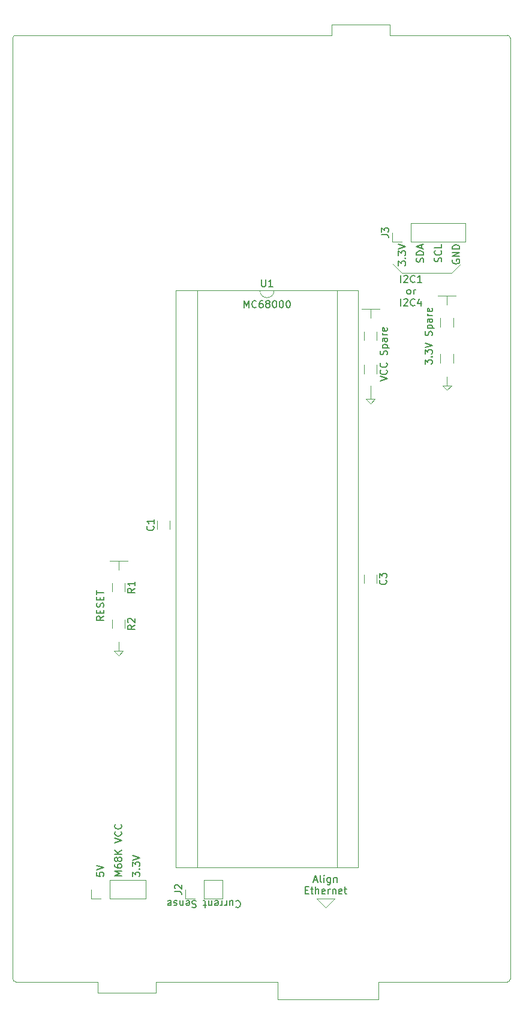
<source format=gbr>
G04 #@! TF.GenerationSoftware,KiCad,Pcbnew,(5.1.5)-2*
G04 #@! TF.CreationDate,2019-12-11T14:46:47+11:00*
G04 #@! TF.ProjectId,M68K-Nucleo,4d36384b-2d4e-4756-936c-656f2e6b6963,rev?*
G04 #@! TF.SameCoordinates,Original*
G04 #@! TF.FileFunction,Legend,Top*
G04 #@! TF.FilePolarity,Positive*
%FSLAX46Y46*%
G04 Gerber Fmt 4.6, Leading zero omitted, Abs format (unit mm)*
G04 Created by KiCad (PCBNEW (5.1.5)-2) date 2019-12-11 14:46:47*
%MOMM*%
%LPD*%
G04 APERTURE LIST*
%ADD10C,0.120000*%
%ADD11C,0.150000*%
%ADD12C,0.100000*%
%ADD13O,1.802000X1.802000*%
%ADD14R,1.802000X1.802000*%
%ADD15C,1.802000*%
%ADD16O,2.502000X1.702000*%
%ADD17R,2.502000X1.702000*%
G04 APERTURE END LIST*
D10*
X151130000Y-71755000D02*
X149860000Y-71755000D01*
X148590000Y-71755000D02*
X151130000Y-71755000D01*
X149860000Y-71755000D02*
X148590000Y-71755000D01*
X149860000Y-73025000D02*
X149860000Y-71755000D01*
X150495000Y-84455000D02*
X149860000Y-84455000D01*
X149860000Y-85090000D02*
X150495000Y-84455000D01*
X149225000Y-84455000D02*
X149860000Y-85090000D01*
X149860000Y-84455000D02*
X149225000Y-84455000D01*
X149860000Y-82550000D02*
X149860000Y-84455000D01*
X161290000Y-82550000D02*
X160655000Y-82550000D01*
X160655000Y-83185000D02*
X161290000Y-82550000D01*
X160020000Y-82550000D02*
X160655000Y-83185000D01*
X160655000Y-82550000D02*
X160020000Y-82550000D01*
X160655000Y-81280000D02*
X160655000Y-82550000D01*
X161925000Y-69850000D02*
X160655000Y-69850000D01*
X159385000Y-69850000D02*
X161925000Y-69850000D01*
X160655000Y-69850000D02*
X159385000Y-69850000D01*
X160655000Y-71120000D02*
X160655000Y-69850000D01*
D11*
X157567380Y-79541190D02*
X157567380Y-78922142D01*
X157948333Y-79255476D01*
X157948333Y-79112619D01*
X157995952Y-79017380D01*
X158043571Y-78969761D01*
X158138809Y-78922142D01*
X158376904Y-78922142D01*
X158472142Y-78969761D01*
X158519761Y-79017380D01*
X158567380Y-79112619D01*
X158567380Y-79398333D01*
X158519761Y-79493571D01*
X158472142Y-79541190D01*
X158472142Y-78493571D02*
X158519761Y-78445952D01*
X158567380Y-78493571D01*
X158519761Y-78541190D01*
X158472142Y-78493571D01*
X158567380Y-78493571D01*
X157567380Y-78112619D02*
X157567380Y-77493571D01*
X157948333Y-77826904D01*
X157948333Y-77684047D01*
X157995952Y-77588809D01*
X158043571Y-77541190D01*
X158138809Y-77493571D01*
X158376904Y-77493571D01*
X158472142Y-77541190D01*
X158519761Y-77588809D01*
X158567380Y-77684047D01*
X158567380Y-77969761D01*
X158519761Y-78065000D01*
X158472142Y-78112619D01*
X157567380Y-77207857D02*
X158567380Y-76874523D01*
X157567380Y-76541190D01*
X158519761Y-75493571D02*
X158567380Y-75350714D01*
X158567380Y-75112619D01*
X158519761Y-75017380D01*
X158472142Y-74969761D01*
X158376904Y-74922142D01*
X158281666Y-74922142D01*
X158186428Y-74969761D01*
X158138809Y-75017380D01*
X158091190Y-75112619D01*
X158043571Y-75303095D01*
X157995952Y-75398333D01*
X157948333Y-75445952D01*
X157853095Y-75493571D01*
X157757857Y-75493571D01*
X157662619Y-75445952D01*
X157615000Y-75398333D01*
X157567380Y-75303095D01*
X157567380Y-75065000D01*
X157615000Y-74922142D01*
X157900714Y-74493571D02*
X158900714Y-74493571D01*
X157948333Y-74493571D02*
X157900714Y-74398333D01*
X157900714Y-74207857D01*
X157948333Y-74112619D01*
X157995952Y-74065000D01*
X158091190Y-74017380D01*
X158376904Y-74017380D01*
X158472142Y-74065000D01*
X158519761Y-74112619D01*
X158567380Y-74207857D01*
X158567380Y-74398333D01*
X158519761Y-74493571D01*
X158567380Y-73160238D02*
X158043571Y-73160238D01*
X157948333Y-73207857D01*
X157900714Y-73303095D01*
X157900714Y-73493571D01*
X157948333Y-73588809D01*
X158519761Y-73160238D02*
X158567380Y-73255476D01*
X158567380Y-73493571D01*
X158519761Y-73588809D01*
X158424523Y-73636428D01*
X158329285Y-73636428D01*
X158234047Y-73588809D01*
X158186428Y-73493571D01*
X158186428Y-73255476D01*
X158138809Y-73160238D01*
X158567380Y-72684047D02*
X157900714Y-72684047D01*
X158091190Y-72684047D02*
X157995952Y-72636428D01*
X157948333Y-72588809D01*
X157900714Y-72493571D01*
X157900714Y-72398333D01*
X158519761Y-71684047D02*
X158567380Y-71779285D01*
X158567380Y-71969761D01*
X158519761Y-72065000D01*
X158424523Y-72112619D01*
X158043571Y-72112619D01*
X157948333Y-72065000D01*
X157900714Y-71969761D01*
X157900714Y-71779285D01*
X157948333Y-71684047D01*
X158043571Y-71636428D01*
X158138809Y-71636428D01*
X158234047Y-72112619D01*
X151217380Y-81938333D02*
X152217380Y-81605000D01*
X151217380Y-81271666D01*
X152122142Y-80366904D02*
X152169761Y-80414523D01*
X152217380Y-80557380D01*
X152217380Y-80652619D01*
X152169761Y-80795476D01*
X152074523Y-80890714D01*
X151979285Y-80938333D01*
X151788809Y-80985952D01*
X151645952Y-80985952D01*
X151455476Y-80938333D01*
X151360238Y-80890714D01*
X151265000Y-80795476D01*
X151217380Y-80652619D01*
X151217380Y-80557380D01*
X151265000Y-80414523D01*
X151312619Y-80366904D01*
X152122142Y-79366904D02*
X152169761Y-79414523D01*
X152217380Y-79557380D01*
X152217380Y-79652619D01*
X152169761Y-79795476D01*
X152074523Y-79890714D01*
X151979285Y-79938333D01*
X151788809Y-79985952D01*
X151645952Y-79985952D01*
X151455476Y-79938333D01*
X151360238Y-79890714D01*
X151265000Y-79795476D01*
X151217380Y-79652619D01*
X151217380Y-79557380D01*
X151265000Y-79414523D01*
X151312619Y-79366904D01*
X152169761Y-78224047D02*
X152217380Y-78081190D01*
X152217380Y-77843095D01*
X152169761Y-77747857D01*
X152122142Y-77700238D01*
X152026904Y-77652619D01*
X151931666Y-77652619D01*
X151836428Y-77700238D01*
X151788809Y-77747857D01*
X151741190Y-77843095D01*
X151693571Y-78033571D01*
X151645952Y-78128809D01*
X151598333Y-78176428D01*
X151503095Y-78224047D01*
X151407857Y-78224047D01*
X151312619Y-78176428D01*
X151265000Y-78128809D01*
X151217380Y-78033571D01*
X151217380Y-77795476D01*
X151265000Y-77652619D01*
X151550714Y-77224047D02*
X152550714Y-77224047D01*
X151598333Y-77224047D02*
X151550714Y-77128809D01*
X151550714Y-76938333D01*
X151598333Y-76843095D01*
X151645952Y-76795476D01*
X151741190Y-76747857D01*
X152026904Y-76747857D01*
X152122142Y-76795476D01*
X152169761Y-76843095D01*
X152217380Y-76938333D01*
X152217380Y-77128809D01*
X152169761Y-77224047D01*
X152217380Y-75890714D02*
X151693571Y-75890714D01*
X151598333Y-75938333D01*
X151550714Y-76033571D01*
X151550714Y-76224047D01*
X151598333Y-76319285D01*
X152169761Y-75890714D02*
X152217380Y-75985952D01*
X152217380Y-76224047D01*
X152169761Y-76319285D01*
X152074523Y-76366904D01*
X151979285Y-76366904D01*
X151884047Y-76319285D01*
X151836428Y-76224047D01*
X151836428Y-75985952D01*
X151788809Y-75890714D01*
X152217380Y-75414523D02*
X151550714Y-75414523D01*
X151741190Y-75414523D02*
X151645952Y-75366904D01*
X151598333Y-75319285D01*
X151550714Y-75224047D01*
X151550714Y-75128809D01*
X152169761Y-74414523D02*
X152217380Y-74509761D01*
X152217380Y-74700238D01*
X152169761Y-74795476D01*
X152074523Y-74843095D01*
X151693571Y-74843095D01*
X151598333Y-74795476D01*
X151550714Y-74700238D01*
X151550714Y-74509761D01*
X151598333Y-74414523D01*
X151693571Y-74366904D01*
X151788809Y-74366904D01*
X151884047Y-74843095D01*
X154122619Y-68017380D02*
X154122619Y-67017380D01*
X154551190Y-67112619D02*
X154598809Y-67065000D01*
X154694047Y-67017380D01*
X154932142Y-67017380D01*
X155027380Y-67065000D01*
X155075000Y-67112619D01*
X155122619Y-67207857D01*
X155122619Y-67303095D01*
X155075000Y-67445952D01*
X154503571Y-68017380D01*
X155122619Y-68017380D01*
X156122619Y-67922142D02*
X156075000Y-67969761D01*
X155932142Y-68017380D01*
X155836904Y-68017380D01*
X155694047Y-67969761D01*
X155598809Y-67874523D01*
X155551190Y-67779285D01*
X155503571Y-67588809D01*
X155503571Y-67445952D01*
X155551190Y-67255476D01*
X155598809Y-67160238D01*
X155694047Y-67065000D01*
X155836904Y-67017380D01*
X155932142Y-67017380D01*
X156075000Y-67065000D01*
X156122619Y-67112619D01*
X157075000Y-68017380D02*
X156503571Y-68017380D01*
X156789285Y-68017380D02*
X156789285Y-67017380D01*
X156694047Y-67160238D01*
X156598809Y-67255476D01*
X156503571Y-67303095D01*
X155194047Y-69667380D02*
X155098809Y-69619761D01*
X155051190Y-69572142D01*
X155003571Y-69476904D01*
X155003571Y-69191190D01*
X155051190Y-69095952D01*
X155098809Y-69048333D01*
X155194047Y-69000714D01*
X155336904Y-69000714D01*
X155432142Y-69048333D01*
X155479761Y-69095952D01*
X155527380Y-69191190D01*
X155527380Y-69476904D01*
X155479761Y-69572142D01*
X155432142Y-69619761D01*
X155336904Y-69667380D01*
X155194047Y-69667380D01*
X155955952Y-69667380D02*
X155955952Y-69000714D01*
X155955952Y-69191190D02*
X156003571Y-69095952D01*
X156051190Y-69048333D01*
X156146428Y-69000714D01*
X156241666Y-69000714D01*
X154122619Y-71317380D02*
X154122619Y-70317380D01*
X154551190Y-70412619D02*
X154598809Y-70365000D01*
X154694047Y-70317380D01*
X154932142Y-70317380D01*
X155027380Y-70365000D01*
X155075000Y-70412619D01*
X155122619Y-70507857D01*
X155122619Y-70603095D01*
X155075000Y-70745952D01*
X154503571Y-71317380D01*
X155122619Y-71317380D01*
X156122619Y-71222142D02*
X156075000Y-71269761D01*
X155932142Y-71317380D01*
X155836904Y-71317380D01*
X155694047Y-71269761D01*
X155598809Y-71174523D01*
X155551190Y-71079285D01*
X155503571Y-70888809D01*
X155503571Y-70745952D01*
X155551190Y-70555476D01*
X155598809Y-70460238D01*
X155694047Y-70365000D01*
X155836904Y-70317380D01*
X155932142Y-70317380D01*
X156075000Y-70365000D01*
X156122619Y-70412619D01*
X156979761Y-70650714D02*
X156979761Y-71317380D01*
X156741666Y-70269761D02*
X156503571Y-70984047D01*
X157122619Y-70984047D01*
D10*
X154305000Y-66675000D02*
X153035000Y-65405000D01*
X161290000Y-66675000D02*
X154305000Y-66675000D01*
X162560000Y-65405000D02*
X161290000Y-66675000D01*
D11*
X161488500Y-64809571D02*
X161440880Y-64904809D01*
X161440880Y-65047667D01*
X161488500Y-65190524D01*
X161583738Y-65285762D01*
X161678976Y-65333381D01*
X161869452Y-65381000D01*
X162012309Y-65381000D01*
X162202785Y-65333381D01*
X162298023Y-65285762D01*
X162393261Y-65190524D01*
X162440880Y-65047667D01*
X162440880Y-64952428D01*
X162393261Y-64809571D01*
X162345642Y-64761952D01*
X162012309Y-64761952D01*
X162012309Y-64952428D01*
X162440880Y-64333381D02*
X161440880Y-64333381D01*
X162440880Y-63761952D01*
X161440880Y-63761952D01*
X162440880Y-63285762D02*
X161440880Y-63285762D01*
X161440880Y-63047667D01*
X161488500Y-62904809D01*
X161583738Y-62809571D01*
X161678976Y-62761952D01*
X161869452Y-62714333D01*
X162012309Y-62714333D01*
X162202785Y-62761952D01*
X162298023Y-62809571D01*
X162393261Y-62904809D01*
X162440880Y-63047667D01*
X162440880Y-63285762D01*
X159853261Y-65095286D02*
X159900880Y-64952429D01*
X159900880Y-64714333D01*
X159853261Y-64619095D01*
X159805642Y-64571476D01*
X159710404Y-64523857D01*
X159615166Y-64523857D01*
X159519928Y-64571476D01*
X159472309Y-64619095D01*
X159424690Y-64714333D01*
X159377071Y-64904810D01*
X159329452Y-65000048D01*
X159281833Y-65047667D01*
X159186595Y-65095286D01*
X159091357Y-65095286D01*
X158996119Y-65047667D01*
X158948500Y-65000048D01*
X158900880Y-64904810D01*
X158900880Y-64666714D01*
X158948500Y-64523857D01*
X159805642Y-63523857D02*
X159853261Y-63571476D01*
X159900880Y-63714333D01*
X159900880Y-63809571D01*
X159853261Y-63952429D01*
X159758023Y-64047667D01*
X159662785Y-64095286D01*
X159472309Y-64142905D01*
X159329452Y-64142905D01*
X159138976Y-64095286D01*
X159043738Y-64047667D01*
X158948500Y-63952429D01*
X158900880Y-63809571D01*
X158900880Y-63714333D01*
X158948500Y-63571476D01*
X158996119Y-63523857D01*
X159900880Y-62619095D02*
X159900880Y-63095286D01*
X158900880Y-63095286D01*
X157313261Y-65142904D02*
X157360880Y-65000047D01*
X157360880Y-64761952D01*
X157313261Y-64666714D01*
X157265642Y-64619095D01*
X157170404Y-64571476D01*
X157075166Y-64571476D01*
X156979928Y-64619095D01*
X156932309Y-64666714D01*
X156884690Y-64761952D01*
X156837071Y-64952428D01*
X156789452Y-65047666D01*
X156741833Y-65095285D01*
X156646595Y-65142904D01*
X156551357Y-65142904D01*
X156456119Y-65095285D01*
X156408500Y-65047666D01*
X156360880Y-64952428D01*
X156360880Y-64714333D01*
X156408500Y-64571476D01*
X157360880Y-64142904D02*
X156360880Y-64142904D01*
X156360880Y-63904809D01*
X156408500Y-63761952D01*
X156503738Y-63666714D01*
X156598976Y-63619095D01*
X156789452Y-63571476D01*
X156932309Y-63571476D01*
X157122785Y-63619095D01*
X157218023Y-63666714D01*
X157313261Y-63761952D01*
X157360880Y-63904809D01*
X157360880Y-64142904D01*
X157075166Y-63190523D02*
X157075166Y-62714333D01*
X157360880Y-63285761D02*
X156360880Y-62952428D01*
X157360880Y-62619095D01*
X153820880Y-65619095D02*
X153820880Y-65000047D01*
X154201833Y-65333381D01*
X154201833Y-65190524D01*
X154249452Y-65095285D01*
X154297071Y-65047666D01*
X154392309Y-65000047D01*
X154630404Y-65000047D01*
X154725642Y-65047666D01*
X154773261Y-65095285D01*
X154820880Y-65190524D01*
X154820880Y-65476238D01*
X154773261Y-65571476D01*
X154725642Y-65619095D01*
X154725642Y-64571476D02*
X154773261Y-64523857D01*
X154820880Y-64571476D01*
X154773261Y-64619095D01*
X154725642Y-64571476D01*
X154820880Y-64571476D01*
X153820880Y-64190524D02*
X153820880Y-63571476D01*
X154201833Y-63904809D01*
X154201833Y-63761952D01*
X154249452Y-63666714D01*
X154297071Y-63619095D01*
X154392309Y-63571476D01*
X154630404Y-63571476D01*
X154725642Y-63619095D01*
X154773261Y-63666714D01*
X154820880Y-63761952D01*
X154820880Y-64047666D01*
X154773261Y-64142905D01*
X154725642Y-64190524D01*
X153820880Y-63285762D02*
X154820880Y-62952428D01*
X153820880Y-62619095D01*
D10*
X144780000Y-154940000D02*
X143510000Y-156210000D01*
X142240000Y-154940000D02*
X144780000Y-154940000D01*
X143510000Y-156210000D02*
X142240000Y-154940000D01*
D11*
X141867142Y-152376666D02*
X142343333Y-152376666D01*
X141771904Y-152662380D02*
X142105238Y-151662380D01*
X142438571Y-152662380D01*
X142914761Y-152662380D02*
X142819523Y-152614761D01*
X142771904Y-152519523D01*
X142771904Y-151662380D01*
X143295714Y-152662380D02*
X143295714Y-151995714D01*
X143295714Y-151662380D02*
X143248095Y-151710000D01*
X143295714Y-151757619D01*
X143343333Y-151710000D01*
X143295714Y-151662380D01*
X143295714Y-151757619D01*
X144200476Y-151995714D02*
X144200476Y-152805238D01*
X144152857Y-152900476D01*
X144105238Y-152948095D01*
X144010000Y-152995714D01*
X143867142Y-152995714D01*
X143771904Y-152948095D01*
X144200476Y-152614761D02*
X144105238Y-152662380D01*
X143914761Y-152662380D01*
X143819523Y-152614761D01*
X143771904Y-152567142D01*
X143724285Y-152471904D01*
X143724285Y-152186190D01*
X143771904Y-152090952D01*
X143819523Y-152043333D01*
X143914761Y-151995714D01*
X144105238Y-151995714D01*
X144200476Y-152043333D01*
X144676666Y-151995714D02*
X144676666Y-152662380D01*
X144676666Y-152090952D02*
X144724285Y-152043333D01*
X144819523Y-151995714D01*
X144962380Y-151995714D01*
X145057619Y-152043333D01*
X145105238Y-152138571D01*
X145105238Y-152662380D01*
X140652857Y-153788571D02*
X140986190Y-153788571D01*
X141129047Y-154312380D02*
X140652857Y-154312380D01*
X140652857Y-153312380D01*
X141129047Y-153312380D01*
X141414761Y-153645714D02*
X141795714Y-153645714D01*
X141557619Y-153312380D02*
X141557619Y-154169523D01*
X141605238Y-154264761D01*
X141700476Y-154312380D01*
X141795714Y-154312380D01*
X142129047Y-154312380D02*
X142129047Y-153312380D01*
X142557619Y-154312380D02*
X142557619Y-153788571D01*
X142510000Y-153693333D01*
X142414761Y-153645714D01*
X142271904Y-153645714D01*
X142176666Y-153693333D01*
X142129047Y-153740952D01*
X143414761Y-154264761D02*
X143319523Y-154312380D01*
X143129047Y-154312380D01*
X143033809Y-154264761D01*
X142986190Y-154169523D01*
X142986190Y-153788571D01*
X143033809Y-153693333D01*
X143129047Y-153645714D01*
X143319523Y-153645714D01*
X143414761Y-153693333D01*
X143462380Y-153788571D01*
X143462380Y-153883809D01*
X142986190Y-153979047D01*
X143890952Y-154312380D02*
X143890952Y-153645714D01*
X143890952Y-153836190D02*
X143938571Y-153740952D01*
X143986190Y-153693333D01*
X144081428Y-153645714D01*
X144176666Y-153645714D01*
X144510000Y-153645714D02*
X144510000Y-154312380D01*
X144510000Y-153740952D02*
X144557619Y-153693333D01*
X144652857Y-153645714D01*
X144795714Y-153645714D01*
X144890952Y-153693333D01*
X144938571Y-153788571D01*
X144938571Y-154312380D01*
X145795714Y-154264761D02*
X145700476Y-154312380D01*
X145510000Y-154312380D01*
X145414761Y-154264761D01*
X145367142Y-154169523D01*
X145367142Y-153788571D01*
X145414761Y-153693333D01*
X145510000Y-153645714D01*
X145700476Y-153645714D01*
X145795714Y-153693333D01*
X145843333Y-153788571D01*
X145843333Y-153883809D01*
X145367142Y-153979047D01*
X146129047Y-153645714D02*
X146510000Y-153645714D01*
X146271904Y-153312380D02*
X146271904Y-154169523D01*
X146319523Y-154264761D01*
X146414761Y-154312380D01*
X146510000Y-154312380D01*
X132040714Y-71572380D02*
X132040714Y-70572380D01*
X132374047Y-71286666D01*
X132707380Y-70572380D01*
X132707380Y-71572380D01*
X133755000Y-71477142D02*
X133707380Y-71524761D01*
X133564523Y-71572380D01*
X133469285Y-71572380D01*
X133326428Y-71524761D01*
X133231190Y-71429523D01*
X133183571Y-71334285D01*
X133135952Y-71143809D01*
X133135952Y-71000952D01*
X133183571Y-70810476D01*
X133231190Y-70715238D01*
X133326428Y-70620000D01*
X133469285Y-70572380D01*
X133564523Y-70572380D01*
X133707380Y-70620000D01*
X133755000Y-70667619D01*
X134612142Y-70572380D02*
X134421666Y-70572380D01*
X134326428Y-70620000D01*
X134278809Y-70667619D01*
X134183571Y-70810476D01*
X134135952Y-71000952D01*
X134135952Y-71381904D01*
X134183571Y-71477142D01*
X134231190Y-71524761D01*
X134326428Y-71572380D01*
X134516904Y-71572380D01*
X134612142Y-71524761D01*
X134659761Y-71477142D01*
X134707380Y-71381904D01*
X134707380Y-71143809D01*
X134659761Y-71048571D01*
X134612142Y-71000952D01*
X134516904Y-70953333D01*
X134326428Y-70953333D01*
X134231190Y-71000952D01*
X134183571Y-71048571D01*
X134135952Y-71143809D01*
X135278809Y-71000952D02*
X135183571Y-70953333D01*
X135135952Y-70905714D01*
X135088333Y-70810476D01*
X135088333Y-70762857D01*
X135135952Y-70667619D01*
X135183571Y-70620000D01*
X135278809Y-70572380D01*
X135469285Y-70572380D01*
X135564523Y-70620000D01*
X135612142Y-70667619D01*
X135659761Y-70762857D01*
X135659761Y-70810476D01*
X135612142Y-70905714D01*
X135564523Y-70953333D01*
X135469285Y-71000952D01*
X135278809Y-71000952D01*
X135183571Y-71048571D01*
X135135952Y-71096190D01*
X135088333Y-71191428D01*
X135088333Y-71381904D01*
X135135952Y-71477142D01*
X135183571Y-71524761D01*
X135278809Y-71572380D01*
X135469285Y-71572380D01*
X135564523Y-71524761D01*
X135612142Y-71477142D01*
X135659761Y-71381904D01*
X135659761Y-71191428D01*
X135612142Y-71096190D01*
X135564523Y-71048571D01*
X135469285Y-71000952D01*
X136278809Y-70572380D02*
X136374047Y-70572380D01*
X136469285Y-70620000D01*
X136516904Y-70667619D01*
X136564523Y-70762857D01*
X136612142Y-70953333D01*
X136612142Y-71191428D01*
X136564523Y-71381904D01*
X136516904Y-71477142D01*
X136469285Y-71524761D01*
X136374047Y-71572380D01*
X136278809Y-71572380D01*
X136183571Y-71524761D01*
X136135952Y-71477142D01*
X136088333Y-71381904D01*
X136040714Y-71191428D01*
X136040714Y-70953333D01*
X136088333Y-70762857D01*
X136135952Y-70667619D01*
X136183571Y-70620000D01*
X136278809Y-70572380D01*
X137231190Y-70572380D02*
X137326428Y-70572380D01*
X137421666Y-70620000D01*
X137469285Y-70667619D01*
X137516904Y-70762857D01*
X137564523Y-70953333D01*
X137564523Y-71191428D01*
X137516904Y-71381904D01*
X137469285Y-71477142D01*
X137421666Y-71524761D01*
X137326428Y-71572380D01*
X137231190Y-71572380D01*
X137135952Y-71524761D01*
X137088333Y-71477142D01*
X137040714Y-71381904D01*
X136993095Y-71191428D01*
X136993095Y-70953333D01*
X137040714Y-70762857D01*
X137088333Y-70667619D01*
X137135952Y-70620000D01*
X137231190Y-70572380D01*
X138183571Y-70572380D02*
X138278809Y-70572380D01*
X138374047Y-70620000D01*
X138421666Y-70667619D01*
X138469285Y-70762857D01*
X138516904Y-70953333D01*
X138516904Y-71191428D01*
X138469285Y-71381904D01*
X138421666Y-71477142D01*
X138374047Y-71524761D01*
X138278809Y-71572380D01*
X138183571Y-71572380D01*
X138088333Y-71524761D01*
X138040714Y-71477142D01*
X137993095Y-71381904D01*
X137945476Y-71191428D01*
X137945476Y-70953333D01*
X137993095Y-70762857D01*
X138040714Y-70667619D01*
X138088333Y-70620000D01*
X138183571Y-70572380D01*
X130865000Y-155344857D02*
X130912619Y-155297238D01*
X131055476Y-155249619D01*
X131150714Y-155249619D01*
X131293571Y-155297238D01*
X131388809Y-155392476D01*
X131436428Y-155487714D01*
X131484047Y-155678190D01*
X131484047Y-155821047D01*
X131436428Y-156011523D01*
X131388809Y-156106761D01*
X131293571Y-156202000D01*
X131150714Y-156249619D01*
X131055476Y-156249619D01*
X130912619Y-156202000D01*
X130865000Y-156154380D01*
X130007857Y-155916285D02*
X130007857Y-155249619D01*
X130436428Y-155916285D02*
X130436428Y-155392476D01*
X130388809Y-155297238D01*
X130293571Y-155249619D01*
X130150714Y-155249619D01*
X130055476Y-155297238D01*
X130007857Y-155344857D01*
X129531666Y-155249619D02*
X129531666Y-155916285D01*
X129531666Y-155725809D02*
X129484047Y-155821047D01*
X129436428Y-155868666D01*
X129341190Y-155916285D01*
X129245952Y-155916285D01*
X128912619Y-155249619D02*
X128912619Y-155916285D01*
X128912619Y-155725809D02*
X128865000Y-155821047D01*
X128817380Y-155868666D01*
X128722142Y-155916285D01*
X128626904Y-155916285D01*
X127912619Y-155297238D02*
X128007857Y-155249619D01*
X128198333Y-155249619D01*
X128293571Y-155297238D01*
X128341190Y-155392476D01*
X128341190Y-155773428D01*
X128293571Y-155868666D01*
X128198333Y-155916285D01*
X128007857Y-155916285D01*
X127912619Y-155868666D01*
X127865000Y-155773428D01*
X127865000Y-155678190D01*
X128341190Y-155582952D01*
X127436428Y-155916285D02*
X127436428Y-155249619D01*
X127436428Y-155821047D02*
X127388809Y-155868666D01*
X127293571Y-155916285D01*
X127150714Y-155916285D01*
X127055476Y-155868666D01*
X127007857Y-155773428D01*
X127007857Y-155249619D01*
X126674523Y-155916285D02*
X126293571Y-155916285D01*
X126531666Y-156249619D02*
X126531666Y-155392476D01*
X126484047Y-155297238D01*
X126388809Y-155249619D01*
X126293571Y-155249619D01*
X125245952Y-155297238D02*
X125103095Y-155249619D01*
X124865000Y-155249619D01*
X124769761Y-155297238D01*
X124722142Y-155344857D01*
X124674523Y-155440095D01*
X124674523Y-155535333D01*
X124722142Y-155630571D01*
X124769761Y-155678190D01*
X124865000Y-155725809D01*
X125055476Y-155773428D01*
X125150714Y-155821047D01*
X125198333Y-155868666D01*
X125245952Y-155963904D01*
X125245952Y-156059142D01*
X125198333Y-156154380D01*
X125150714Y-156202000D01*
X125055476Y-156249619D01*
X124817380Y-156249619D01*
X124674523Y-156202000D01*
X123865000Y-155297238D02*
X123960238Y-155249619D01*
X124150714Y-155249619D01*
X124245952Y-155297238D01*
X124293571Y-155392476D01*
X124293571Y-155773428D01*
X124245952Y-155868666D01*
X124150714Y-155916285D01*
X123960238Y-155916285D01*
X123865000Y-155868666D01*
X123817380Y-155773428D01*
X123817380Y-155678190D01*
X124293571Y-155582952D01*
X123388809Y-155916285D02*
X123388809Y-155249619D01*
X123388809Y-155821047D02*
X123341190Y-155868666D01*
X123245952Y-155916285D01*
X123103095Y-155916285D01*
X123007857Y-155868666D01*
X122960238Y-155773428D01*
X122960238Y-155249619D01*
X122531666Y-155297238D02*
X122436428Y-155249619D01*
X122245952Y-155249619D01*
X122150714Y-155297238D01*
X122103095Y-155392476D01*
X122103095Y-155440095D01*
X122150714Y-155535333D01*
X122245952Y-155582952D01*
X122388809Y-155582952D01*
X122484047Y-155630571D01*
X122531666Y-155725809D01*
X122531666Y-155773428D01*
X122484047Y-155868666D01*
X122388809Y-155916285D01*
X122245952Y-155916285D01*
X122150714Y-155868666D01*
X121293571Y-155297238D02*
X121388809Y-155249619D01*
X121579285Y-155249619D01*
X121674523Y-155297238D01*
X121722142Y-155392476D01*
X121722142Y-155773428D01*
X121674523Y-155868666D01*
X121579285Y-155916285D01*
X121388809Y-155916285D01*
X121293571Y-155868666D01*
X121245952Y-155773428D01*
X121245952Y-155678190D01*
X121722142Y-155582952D01*
X116292380Y-151851667D02*
X116292380Y-151232619D01*
X116673333Y-151565953D01*
X116673333Y-151423096D01*
X116720952Y-151327857D01*
X116768571Y-151280238D01*
X116863809Y-151232619D01*
X117101904Y-151232619D01*
X117197142Y-151280238D01*
X117244761Y-151327857D01*
X117292380Y-151423096D01*
X117292380Y-151708810D01*
X117244761Y-151804048D01*
X117197142Y-151851667D01*
X117197142Y-150804048D02*
X117244761Y-150756429D01*
X117292380Y-150804048D01*
X117244761Y-150851667D01*
X117197142Y-150804048D01*
X117292380Y-150804048D01*
X116292380Y-150423096D02*
X116292380Y-149804048D01*
X116673333Y-150137381D01*
X116673333Y-149994524D01*
X116720952Y-149899286D01*
X116768571Y-149851667D01*
X116863809Y-149804048D01*
X117101904Y-149804048D01*
X117197142Y-149851667D01*
X117244761Y-149899286D01*
X117292380Y-149994524D01*
X117292380Y-150280238D01*
X117244761Y-150375477D01*
X117197142Y-150423096D01*
X116292380Y-149518334D02*
X117292380Y-149185000D01*
X116292380Y-148851667D01*
X114752380Y-151756429D02*
X113752380Y-151756429D01*
X114466666Y-151423095D01*
X113752380Y-151089762D01*
X114752380Y-151089762D01*
X113752380Y-150185000D02*
X113752380Y-150375476D01*
X113800000Y-150470714D01*
X113847619Y-150518333D01*
X113990476Y-150613571D01*
X114180952Y-150661191D01*
X114561904Y-150661191D01*
X114657142Y-150613571D01*
X114704761Y-150565952D01*
X114752380Y-150470714D01*
X114752380Y-150280238D01*
X114704761Y-150185000D01*
X114657142Y-150137381D01*
X114561904Y-150089762D01*
X114323809Y-150089762D01*
X114228571Y-150137381D01*
X114180952Y-150185000D01*
X114133333Y-150280238D01*
X114133333Y-150470714D01*
X114180952Y-150565952D01*
X114228571Y-150613571D01*
X114323809Y-150661191D01*
X114180952Y-149518333D02*
X114133333Y-149613571D01*
X114085714Y-149661191D01*
X113990476Y-149708810D01*
X113942857Y-149708810D01*
X113847619Y-149661191D01*
X113800000Y-149613571D01*
X113752380Y-149518333D01*
X113752380Y-149327857D01*
X113800000Y-149232619D01*
X113847619Y-149185000D01*
X113942857Y-149137381D01*
X113990476Y-149137381D01*
X114085714Y-149185000D01*
X114133333Y-149232619D01*
X114180952Y-149327857D01*
X114180952Y-149518333D01*
X114228571Y-149613571D01*
X114276190Y-149661191D01*
X114371428Y-149708810D01*
X114561904Y-149708810D01*
X114657142Y-149661191D01*
X114704761Y-149613571D01*
X114752380Y-149518333D01*
X114752380Y-149327857D01*
X114704761Y-149232619D01*
X114657142Y-149185000D01*
X114561904Y-149137381D01*
X114371428Y-149137381D01*
X114276190Y-149185000D01*
X114228571Y-149232619D01*
X114180952Y-149327857D01*
X114752380Y-148708810D02*
X113752380Y-148708810D01*
X114752380Y-148137381D02*
X114180952Y-148565952D01*
X113752380Y-148137381D02*
X114323809Y-148708810D01*
X113752380Y-147089762D02*
X114752380Y-146756429D01*
X113752380Y-146423095D01*
X114657142Y-145518333D02*
X114704761Y-145565952D01*
X114752380Y-145708810D01*
X114752380Y-145804048D01*
X114704761Y-145946905D01*
X114609523Y-146042143D01*
X114514285Y-146089762D01*
X114323809Y-146137381D01*
X114180952Y-146137381D01*
X113990476Y-146089762D01*
X113895238Y-146042143D01*
X113800000Y-145946905D01*
X113752380Y-145804048D01*
X113752380Y-145708810D01*
X113800000Y-145565952D01*
X113847619Y-145518333D01*
X114657142Y-144518333D02*
X114704761Y-144565952D01*
X114752380Y-144708810D01*
X114752380Y-144804048D01*
X114704761Y-144946905D01*
X114609523Y-145042143D01*
X114514285Y-145089762D01*
X114323809Y-145137381D01*
X114180952Y-145137381D01*
X113990476Y-145089762D01*
X113895238Y-145042143D01*
X113800000Y-144946905D01*
X113752380Y-144804048D01*
X113752380Y-144708810D01*
X113800000Y-144565952D01*
X113847619Y-144518333D01*
X111212380Y-151280238D02*
X111212380Y-151756428D01*
X111688571Y-151804047D01*
X111640952Y-151756428D01*
X111593333Y-151661190D01*
X111593333Y-151423095D01*
X111640952Y-151327857D01*
X111688571Y-151280238D01*
X111783809Y-151232619D01*
X112021904Y-151232619D01*
X112117142Y-151280238D01*
X112164761Y-151327857D01*
X112212380Y-151423095D01*
X112212380Y-151661190D01*
X112164761Y-151756428D01*
X112117142Y-151804047D01*
X111212380Y-150946904D02*
X112212380Y-150613571D01*
X111212380Y-150280238D01*
D10*
X114935000Y-120015000D02*
X114300000Y-120015000D01*
X114300000Y-120650000D02*
X114935000Y-120015000D01*
X113665000Y-120015000D02*
X114300000Y-120650000D01*
X114300000Y-120015000D02*
X113665000Y-120015000D01*
X114300000Y-118745000D02*
X114300000Y-120015000D01*
X113030000Y-107315000D02*
X115570000Y-107315000D01*
X114300000Y-107315000D02*
X113030000Y-107315000D01*
X114300000Y-108585000D02*
X114300000Y-107315000D01*
D11*
X112212380Y-115117380D02*
X111736190Y-115450714D01*
X112212380Y-115688809D02*
X111212380Y-115688809D01*
X111212380Y-115307857D01*
X111260000Y-115212619D01*
X111307619Y-115165000D01*
X111402857Y-115117380D01*
X111545714Y-115117380D01*
X111640952Y-115165000D01*
X111688571Y-115212619D01*
X111736190Y-115307857D01*
X111736190Y-115688809D01*
X111688571Y-114688809D02*
X111688571Y-114355476D01*
X112212380Y-114212619D02*
X112212380Y-114688809D01*
X111212380Y-114688809D01*
X111212380Y-114212619D01*
X112164761Y-113831666D02*
X112212380Y-113688809D01*
X112212380Y-113450714D01*
X112164761Y-113355476D01*
X112117142Y-113307857D01*
X112021904Y-113260238D01*
X111926666Y-113260238D01*
X111831428Y-113307857D01*
X111783809Y-113355476D01*
X111736190Y-113450714D01*
X111688571Y-113641190D01*
X111640952Y-113736428D01*
X111593333Y-113784047D01*
X111498095Y-113831666D01*
X111402857Y-113831666D01*
X111307619Y-113784047D01*
X111260000Y-113736428D01*
X111212380Y-113641190D01*
X111212380Y-113403095D01*
X111260000Y-113260238D01*
X111688571Y-112831666D02*
X111688571Y-112498333D01*
X112212380Y-112355476D02*
X112212380Y-112831666D01*
X111212380Y-112831666D01*
X111212380Y-112355476D01*
X111212380Y-112069761D02*
X111212380Y-111498333D01*
X112212380Y-111784047D02*
X111212380Y-111784047D01*
D10*
X159745000Y-78137936D02*
X159745000Y-79342064D01*
X161565000Y-78137936D02*
X161565000Y-79342064D01*
X159745000Y-73057936D02*
X159745000Y-74262064D01*
X161565000Y-73057936D02*
X161565000Y-74262064D01*
X148950000Y-79661936D02*
X148950000Y-80866064D01*
X150770000Y-79661936D02*
X150770000Y-80866064D01*
X148950000Y-74962936D02*
X148950000Y-76167064D01*
X150770000Y-74962936D02*
X150770000Y-76167064D01*
X152975000Y-62290000D02*
X152975000Y-60960000D01*
X154305000Y-62290000D02*
X152975000Y-62290000D01*
X155575000Y-62290000D02*
X155575000Y-59630000D01*
X155575000Y-59630000D02*
X163255000Y-59630000D01*
X155575000Y-62290000D02*
X163255000Y-62290000D01*
X163255000Y-62290000D02*
X163255000Y-59630000D01*
X150990000Y-166720000D02*
X169180000Y-166720000D01*
X169580000Y-166320000D02*
X169580000Y-33520000D01*
X144370000Y-33120000D02*
X99780000Y-33120000D01*
X99380000Y-33520000D02*
X99380000Y-166320000D01*
X150990000Y-166720000D02*
X150990000Y-169170000D01*
X150990000Y-169170000D02*
X136770000Y-169170000D01*
X136770000Y-169170000D02*
X136770000Y-166720000D01*
X111370000Y-166720000D02*
X99780000Y-166720000D01*
X136770000Y-166720000D02*
X119590000Y-166710000D01*
X111370000Y-166720000D02*
X111370000Y-168230000D01*
X111370000Y-168230000D02*
X119590000Y-168230000D01*
X119590000Y-168230000D02*
X119590000Y-166710000D01*
X144370000Y-33120000D02*
X144370000Y-31610000D01*
X144370000Y-31610000D02*
X152590000Y-31610000D01*
X152590000Y-31610000D02*
X152590000Y-33120000D01*
X152590000Y-33120000D02*
X169180000Y-33120000D01*
X169580000Y-33520000D02*
G75*
G03X169180000Y-33120000I-400000J0D01*
G01*
X99780000Y-33120000D02*
G75*
G03X99380000Y-33520000I0J-400000D01*
G01*
X99380000Y-166320000D02*
G75*
G03X99780000Y-166720000I400000J0D01*
G01*
X169180000Y-166720000D02*
G75*
G03X169580000Y-166320000I0J400000D01*
G01*
X148125000Y-69095000D02*
X122385000Y-69095000D01*
X148125000Y-150615000D02*
X148125000Y-69095000D01*
X122385000Y-150615000D02*
X148125000Y-150615000D01*
X122385000Y-69095000D02*
X122385000Y-150615000D01*
X145125000Y-69155000D02*
X136255000Y-69155000D01*
X145125000Y-150555000D02*
X145125000Y-69155000D01*
X125385000Y-150555000D02*
X145125000Y-150555000D01*
X125385000Y-69155000D02*
X125385000Y-150555000D01*
X134255000Y-69155000D02*
X125385000Y-69155000D01*
X136255000Y-69155000D02*
G75*
G02X134255000Y-69155000I-1000000J0D01*
G01*
X113390000Y-115602936D02*
X113390000Y-116807064D01*
X115210000Y-115602936D02*
X115210000Y-116807064D01*
X113390000Y-110417936D02*
X113390000Y-111622064D01*
X115210000Y-110417936D02*
X115210000Y-111622064D01*
X148950000Y-109252936D02*
X148950000Y-110457064D01*
X150770000Y-109252936D02*
X150770000Y-110457064D01*
X121560000Y-102837064D02*
X121560000Y-101632936D01*
X119740000Y-102837064D02*
X119740000Y-101632936D01*
X123765000Y-155000000D02*
X123765000Y-153670000D01*
X125095000Y-155000000D02*
X123765000Y-155000000D01*
X126365000Y-155000000D02*
X126365000Y-152340000D01*
X126365000Y-152340000D02*
X128965000Y-152340000D01*
X126365000Y-155000000D02*
X128965000Y-155000000D01*
X128965000Y-155000000D02*
X128965000Y-152340000D01*
X110430000Y-155000000D02*
X110430000Y-153670000D01*
X111760000Y-155000000D02*
X110430000Y-155000000D01*
X113030000Y-155000000D02*
X113030000Y-152340000D01*
X113030000Y-152340000D02*
X118170000Y-152340000D01*
X113030000Y-155000000D02*
X118170000Y-155000000D01*
X118170000Y-155000000D02*
X118170000Y-152340000D01*
D11*
X151427380Y-61293333D02*
X152141666Y-61293333D01*
X152284523Y-61340952D01*
X152379761Y-61436190D01*
X152427380Y-61579047D01*
X152427380Y-61674285D01*
X151427380Y-60912380D02*
X151427380Y-60293333D01*
X151808333Y-60626666D01*
X151808333Y-60483809D01*
X151855952Y-60388571D01*
X151903571Y-60340952D01*
X151998809Y-60293333D01*
X152236904Y-60293333D01*
X152332142Y-60340952D01*
X152379761Y-60388571D01*
X152427380Y-60483809D01*
X152427380Y-60769523D01*
X152379761Y-60864761D01*
X152332142Y-60912380D01*
X134493095Y-67607380D02*
X134493095Y-68416904D01*
X134540714Y-68512142D01*
X134588333Y-68559761D01*
X134683571Y-68607380D01*
X134874047Y-68607380D01*
X134969285Y-68559761D01*
X135016904Y-68512142D01*
X135064523Y-68416904D01*
X135064523Y-67607380D01*
X136064523Y-68607380D02*
X135493095Y-68607380D01*
X135778809Y-68607380D02*
X135778809Y-67607380D01*
X135683571Y-67750238D01*
X135588333Y-67845476D01*
X135493095Y-67893095D01*
X116572380Y-116371666D02*
X116096190Y-116705000D01*
X116572380Y-116943095D02*
X115572380Y-116943095D01*
X115572380Y-116562142D01*
X115620000Y-116466904D01*
X115667619Y-116419285D01*
X115762857Y-116371666D01*
X115905714Y-116371666D01*
X116000952Y-116419285D01*
X116048571Y-116466904D01*
X116096190Y-116562142D01*
X116096190Y-116943095D01*
X115667619Y-115990714D02*
X115620000Y-115943095D01*
X115572380Y-115847857D01*
X115572380Y-115609761D01*
X115620000Y-115514523D01*
X115667619Y-115466904D01*
X115762857Y-115419285D01*
X115858095Y-115419285D01*
X116000952Y-115466904D01*
X116572380Y-116038333D01*
X116572380Y-115419285D01*
X116572380Y-111186666D02*
X116096190Y-111520000D01*
X116572380Y-111758095D02*
X115572380Y-111758095D01*
X115572380Y-111377142D01*
X115620000Y-111281904D01*
X115667619Y-111234285D01*
X115762857Y-111186666D01*
X115905714Y-111186666D01*
X116000952Y-111234285D01*
X116048571Y-111281904D01*
X116096190Y-111377142D01*
X116096190Y-111758095D01*
X116572380Y-110234285D02*
X116572380Y-110805714D01*
X116572380Y-110520000D02*
X115572380Y-110520000D01*
X115715238Y-110615238D01*
X115810476Y-110710476D01*
X115858095Y-110805714D01*
X152037142Y-110021666D02*
X152084761Y-110069285D01*
X152132380Y-110212142D01*
X152132380Y-110307380D01*
X152084761Y-110450238D01*
X151989523Y-110545476D01*
X151894285Y-110593095D01*
X151703809Y-110640714D01*
X151560952Y-110640714D01*
X151370476Y-110593095D01*
X151275238Y-110545476D01*
X151180000Y-110450238D01*
X151132380Y-110307380D01*
X151132380Y-110212142D01*
X151180000Y-110069285D01*
X151227619Y-110021666D01*
X151132380Y-109688333D02*
X151132380Y-109069285D01*
X151513333Y-109402619D01*
X151513333Y-109259761D01*
X151560952Y-109164523D01*
X151608571Y-109116904D01*
X151703809Y-109069285D01*
X151941904Y-109069285D01*
X152037142Y-109116904D01*
X152084761Y-109164523D01*
X152132380Y-109259761D01*
X152132380Y-109545476D01*
X152084761Y-109640714D01*
X152037142Y-109688333D01*
X119187142Y-102401666D02*
X119234761Y-102449285D01*
X119282380Y-102592142D01*
X119282380Y-102687380D01*
X119234761Y-102830238D01*
X119139523Y-102925476D01*
X119044285Y-102973095D01*
X118853809Y-103020714D01*
X118710952Y-103020714D01*
X118520476Y-102973095D01*
X118425238Y-102925476D01*
X118330000Y-102830238D01*
X118282380Y-102687380D01*
X118282380Y-102592142D01*
X118330000Y-102449285D01*
X118377619Y-102401666D01*
X119282380Y-101449285D02*
X119282380Y-102020714D01*
X119282380Y-101735000D02*
X118282380Y-101735000D01*
X118425238Y-101830238D01*
X118520476Y-101925476D01*
X118568095Y-102020714D01*
X122217380Y-154003333D02*
X122931666Y-154003333D01*
X123074523Y-154050952D01*
X123169761Y-154146190D01*
X123217380Y-154289047D01*
X123217380Y-154384285D01*
X122312619Y-153574761D02*
X122265000Y-153527142D01*
X122217380Y-153431904D01*
X122217380Y-153193809D01*
X122265000Y-153098571D01*
X122312619Y-153050952D01*
X122407857Y-153003333D01*
X122503095Y-153003333D01*
X122645952Y-153050952D01*
X123217380Y-153622380D01*
X123217380Y-153003333D01*
%LPC*%
D12*
G36*
X161337104Y-79465302D02*
G01*
X161363352Y-79469196D01*
X161389093Y-79475643D01*
X161414078Y-79484583D01*
X161438066Y-79495928D01*
X161460826Y-79509571D01*
X161482140Y-79525378D01*
X161501802Y-79543198D01*
X161519622Y-79562860D01*
X161535429Y-79584174D01*
X161549072Y-79606934D01*
X161560417Y-79630922D01*
X161569357Y-79655907D01*
X161575804Y-79681648D01*
X161579698Y-79707896D01*
X161581000Y-79734400D01*
X161581000Y-80545600D01*
X161579698Y-80572104D01*
X161575804Y-80598352D01*
X161569357Y-80624093D01*
X161560417Y-80649078D01*
X161549072Y-80673066D01*
X161535429Y-80695826D01*
X161519622Y-80717140D01*
X161501802Y-80736802D01*
X161482140Y-80754622D01*
X161460826Y-80770429D01*
X161438066Y-80784072D01*
X161414078Y-80795417D01*
X161389093Y-80804357D01*
X161363352Y-80810804D01*
X161337104Y-80814698D01*
X161310600Y-80816000D01*
X159999400Y-80816000D01*
X159972896Y-80814698D01*
X159946648Y-80810804D01*
X159920907Y-80804357D01*
X159895922Y-80795417D01*
X159871934Y-80784072D01*
X159849174Y-80770429D01*
X159827860Y-80754622D01*
X159808198Y-80736802D01*
X159790378Y-80717140D01*
X159774571Y-80695826D01*
X159760928Y-80673066D01*
X159749583Y-80649078D01*
X159740643Y-80624093D01*
X159734196Y-80598352D01*
X159730302Y-80572104D01*
X159729000Y-80545600D01*
X159729000Y-79734400D01*
X159730302Y-79707896D01*
X159734196Y-79681648D01*
X159740643Y-79655907D01*
X159749583Y-79630922D01*
X159760928Y-79606934D01*
X159774571Y-79584174D01*
X159790378Y-79562860D01*
X159808198Y-79543198D01*
X159827860Y-79525378D01*
X159849174Y-79509571D01*
X159871934Y-79495928D01*
X159895922Y-79484583D01*
X159920907Y-79475643D01*
X159946648Y-79469196D01*
X159972896Y-79465302D01*
X159999400Y-79464000D01*
X161310600Y-79464000D01*
X161337104Y-79465302D01*
G37*
G36*
X161337104Y-76665302D02*
G01*
X161363352Y-76669196D01*
X161389093Y-76675643D01*
X161414078Y-76684583D01*
X161438066Y-76695928D01*
X161460826Y-76709571D01*
X161482140Y-76725378D01*
X161501802Y-76743198D01*
X161519622Y-76762860D01*
X161535429Y-76784174D01*
X161549072Y-76806934D01*
X161560417Y-76830922D01*
X161569357Y-76855907D01*
X161575804Y-76881648D01*
X161579698Y-76907896D01*
X161581000Y-76934400D01*
X161581000Y-77745600D01*
X161579698Y-77772104D01*
X161575804Y-77798352D01*
X161569357Y-77824093D01*
X161560417Y-77849078D01*
X161549072Y-77873066D01*
X161535429Y-77895826D01*
X161519622Y-77917140D01*
X161501802Y-77936802D01*
X161482140Y-77954622D01*
X161460826Y-77970429D01*
X161438066Y-77984072D01*
X161414078Y-77995417D01*
X161389093Y-78004357D01*
X161363352Y-78010804D01*
X161337104Y-78014698D01*
X161310600Y-78016000D01*
X159999400Y-78016000D01*
X159972896Y-78014698D01*
X159946648Y-78010804D01*
X159920907Y-78004357D01*
X159895922Y-77995417D01*
X159871934Y-77984072D01*
X159849174Y-77970429D01*
X159827860Y-77954622D01*
X159808198Y-77936802D01*
X159790378Y-77917140D01*
X159774571Y-77895826D01*
X159760928Y-77873066D01*
X159749583Y-77849078D01*
X159740643Y-77824093D01*
X159734196Y-77798352D01*
X159730302Y-77772104D01*
X159729000Y-77745600D01*
X159729000Y-76934400D01*
X159730302Y-76907896D01*
X159734196Y-76881648D01*
X159740643Y-76855907D01*
X159749583Y-76830922D01*
X159760928Y-76806934D01*
X159774571Y-76784174D01*
X159790378Y-76762860D01*
X159808198Y-76743198D01*
X159827860Y-76725378D01*
X159849174Y-76709571D01*
X159871934Y-76695928D01*
X159895922Y-76684583D01*
X159920907Y-76675643D01*
X159946648Y-76669196D01*
X159972896Y-76665302D01*
X159999400Y-76664000D01*
X161310600Y-76664000D01*
X161337104Y-76665302D01*
G37*
G36*
X161337104Y-74385302D02*
G01*
X161363352Y-74389196D01*
X161389093Y-74395643D01*
X161414078Y-74404583D01*
X161438066Y-74415928D01*
X161460826Y-74429571D01*
X161482140Y-74445378D01*
X161501802Y-74463198D01*
X161519622Y-74482860D01*
X161535429Y-74504174D01*
X161549072Y-74526934D01*
X161560417Y-74550922D01*
X161569357Y-74575907D01*
X161575804Y-74601648D01*
X161579698Y-74627896D01*
X161581000Y-74654400D01*
X161581000Y-75465600D01*
X161579698Y-75492104D01*
X161575804Y-75518352D01*
X161569357Y-75544093D01*
X161560417Y-75569078D01*
X161549072Y-75593066D01*
X161535429Y-75615826D01*
X161519622Y-75637140D01*
X161501802Y-75656802D01*
X161482140Y-75674622D01*
X161460826Y-75690429D01*
X161438066Y-75704072D01*
X161414078Y-75715417D01*
X161389093Y-75724357D01*
X161363352Y-75730804D01*
X161337104Y-75734698D01*
X161310600Y-75736000D01*
X159999400Y-75736000D01*
X159972896Y-75734698D01*
X159946648Y-75730804D01*
X159920907Y-75724357D01*
X159895922Y-75715417D01*
X159871934Y-75704072D01*
X159849174Y-75690429D01*
X159827860Y-75674622D01*
X159808198Y-75656802D01*
X159790378Y-75637140D01*
X159774571Y-75615826D01*
X159760928Y-75593066D01*
X159749583Y-75569078D01*
X159740643Y-75544093D01*
X159734196Y-75518352D01*
X159730302Y-75492104D01*
X159729000Y-75465600D01*
X159729000Y-74654400D01*
X159730302Y-74627896D01*
X159734196Y-74601648D01*
X159740643Y-74575907D01*
X159749583Y-74550922D01*
X159760928Y-74526934D01*
X159774571Y-74504174D01*
X159790378Y-74482860D01*
X159808198Y-74463198D01*
X159827860Y-74445378D01*
X159849174Y-74429571D01*
X159871934Y-74415928D01*
X159895922Y-74404583D01*
X159920907Y-74395643D01*
X159946648Y-74389196D01*
X159972896Y-74385302D01*
X159999400Y-74384000D01*
X161310600Y-74384000D01*
X161337104Y-74385302D01*
G37*
G36*
X161337104Y-71585302D02*
G01*
X161363352Y-71589196D01*
X161389093Y-71595643D01*
X161414078Y-71604583D01*
X161438066Y-71615928D01*
X161460826Y-71629571D01*
X161482140Y-71645378D01*
X161501802Y-71663198D01*
X161519622Y-71682860D01*
X161535429Y-71704174D01*
X161549072Y-71726934D01*
X161560417Y-71750922D01*
X161569357Y-71775907D01*
X161575804Y-71801648D01*
X161579698Y-71827896D01*
X161581000Y-71854400D01*
X161581000Y-72665600D01*
X161579698Y-72692104D01*
X161575804Y-72718352D01*
X161569357Y-72744093D01*
X161560417Y-72769078D01*
X161549072Y-72793066D01*
X161535429Y-72815826D01*
X161519622Y-72837140D01*
X161501802Y-72856802D01*
X161482140Y-72874622D01*
X161460826Y-72890429D01*
X161438066Y-72904072D01*
X161414078Y-72915417D01*
X161389093Y-72924357D01*
X161363352Y-72930804D01*
X161337104Y-72934698D01*
X161310600Y-72936000D01*
X159999400Y-72936000D01*
X159972896Y-72934698D01*
X159946648Y-72930804D01*
X159920907Y-72924357D01*
X159895922Y-72915417D01*
X159871934Y-72904072D01*
X159849174Y-72890429D01*
X159827860Y-72874622D01*
X159808198Y-72856802D01*
X159790378Y-72837140D01*
X159774571Y-72815826D01*
X159760928Y-72793066D01*
X159749583Y-72769078D01*
X159740643Y-72744093D01*
X159734196Y-72718352D01*
X159730302Y-72692104D01*
X159729000Y-72665600D01*
X159729000Y-71854400D01*
X159730302Y-71827896D01*
X159734196Y-71801648D01*
X159740643Y-71775907D01*
X159749583Y-71750922D01*
X159760928Y-71726934D01*
X159774571Y-71704174D01*
X159790378Y-71682860D01*
X159808198Y-71663198D01*
X159827860Y-71645378D01*
X159849174Y-71629571D01*
X159871934Y-71615928D01*
X159895922Y-71604583D01*
X159920907Y-71595643D01*
X159946648Y-71589196D01*
X159972896Y-71585302D01*
X159999400Y-71584000D01*
X161310600Y-71584000D01*
X161337104Y-71585302D01*
G37*
G36*
X150542104Y-80989302D02*
G01*
X150568352Y-80993196D01*
X150594093Y-80999643D01*
X150619078Y-81008583D01*
X150643066Y-81019928D01*
X150665826Y-81033571D01*
X150687140Y-81049378D01*
X150706802Y-81067198D01*
X150724622Y-81086860D01*
X150740429Y-81108174D01*
X150754072Y-81130934D01*
X150765417Y-81154922D01*
X150774357Y-81179907D01*
X150780804Y-81205648D01*
X150784698Y-81231896D01*
X150786000Y-81258400D01*
X150786000Y-82069600D01*
X150784698Y-82096104D01*
X150780804Y-82122352D01*
X150774357Y-82148093D01*
X150765417Y-82173078D01*
X150754072Y-82197066D01*
X150740429Y-82219826D01*
X150724622Y-82241140D01*
X150706802Y-82260802D01*
X150687140Y-82278622D01*
X150665826Y-82294429D01*
X150643066Y-82308072D01*
X150619078Y-82319417D01*
X150594093Y-82328357D01*
X150568352Y-82334804D01*
X150542104Y-82338698D01*
X150515600Y-82340000D01*
X149204400Y-82340000D01*
X149177896Y-82338698D01*
X149151648Y-82334804D01*
X149125907Y-82328357D01*
X149100922Y-82319417D01*
X149076934Y-82308072D01*
X149054174Y-82294429D01*
X149032860Y-82278622D01*
X149013198Y-82260802D01*
X148995378Y-82241140D01*
X148979571Y-82219826D01*
X148965928Y-82197066D01*
X148954583Y-82173078D01*
X148945643Y-82148093D01*
X148939196Y-82122352D01*
X148935302Y-82096104D01*
X148934000Y-82069600D01*
X148934000Y-81258400D01*
X148935302Y-81231896D01*
X148939196Y-81205648D01*
X148945643Y-81179907D01*
X148954583Y-81154922D01*
X148965928Y-81130934D01*
X148979571Y-81108174D01*
X148995378Y-81086860D01*
X149013198Y-81067198D01*
X149032860Y-81049378D01*
X149054174Y-81033571D01*
X149076934Y-81019928D01*
X149100922Y-81008583D01*
X149125907Y-80999643D01*
X149151648Y-80993196D01*
X149177896Y-80989302D01*
X149204400Y-80988000D01*
X150515600Y-80988000D01*
X150542104Y-80989302D01*
G37*
G36*
X150542104Y-78189302D02*
G01*
X150568352Y-78193196D01*
X150594093Y-78199643D01*
X150619078Y-78208583D01*
X150643066Y-78219928D01*
X150665826Y-78233571D01*
X150687140Y-78249378D01*
X150706802Y-78267198D01*
X150724622Y-78286860D01*
X150740429Y-78308174D01*
X150754072Y-78330934D01*
X150765417Y-78354922D01*
X150774357Y-78379907D01*
X150780804Y-78405648D01*
X150784698Y-78431896D01*
X150786000Y-78458400D01*
X150786000Y-79269600D01*
X150784698Y-79296104D01*
X150780804Y-79322352D01*
X150774357Y-79348093D01*
X150765417Y-79373078D01*
X150754072Y-79397066D01*
X150740429Y-79419826D01*
X150724622Y-79441140D01*
X150706802Y-79460802D01*
X150687140Y-79478622D01*
X150665826Y-79494429D01*
X150643066Y-79508072D01*
X150619078Y-79519417D01*
X150594093Y-79528357D01*
X150568352Y-79534804D01*
X150542104Y-79538698D01*
X150515600Y-79540000D01*
X149204400Y-79540000D01*
X149177896Y-79538698D01*
X149151648Y-79534804D01*
X149125907Y-79528357D01*
X149100922Y-79519417D01*
X149076934Y-79508072D01*
X149054174Y-79494429D01*
X149032860Y-79478622D01*
X149013198Y-79460802D01*
X148995378Y-79441140D01*
X148979571Y-79419826D01*
X148965928Y-79397066D01*
X148954583Y-79373078D01*
X148945643Y-79348093D01*
X148939196Y-79322352D01*
X148935302Y-79296104D01*
X148934000Y-79269600D01*
X148934000Y-78458400D01*
X148935302Y-78431896D01*
X148939196Y-78405648D01*
X148945643Y-78379907D01*
X148954583Y-78354922D01*
X148965928Y-78330934D01*
X148979571Y-78308174D01*
X148995378Y-78286860D01*
X149013198Y-78267198D01*
X149032860Y-78249378D01*
X149054174Y-78233571D01*
X149076934Y-78219928D01*
X149100922Y-78208583D01*
X149125907Y-78199643D01*
X149151648Y-78193196D01*
X149177896Y-78189302D01*
X149204400Y-78188000D01*
X150515600Y-78188000D01*
X150542104Y-78189302D01*
G37*
G36*
X150542104Y-76290302D02*
G01*
X150568352Y-76294196D01*
X150594093Y-76300643D01*
X150619078Y-76309583D01*
X150643066Y-76320928D01*
X150665826Y-76334571D01*
X150687140Y-76350378D01*
X150706802Y-76368198D01*
X150724622Y-76387860D01*
X150740429Y-76409174D01*
X150754072Y-76431934D01*
X150765417Y-76455922D01*
X150774357Y-76480907D01*
X150780804Y-76506648D01*
X150784698Y-76532896D01*
X150786000Y-76559400D01*
X150786000Y-77370600D01*
X150784698Y-77397104D01*
X150780804Y-77423352D01*
X150774357Y-77449093D01*
X150765417Y-77474078D01*
X150754072Y-77498066D01*
X150740429Y-77520826D01*
X150724622Y-77542140D01*
X150706802Y-77561802D01*
X150687140Y-77579622D01*
X150665826Y-77595429D01*
X150643066Y-77609072D01*
X150619078Y-77620417D01*
X150594093Y-77629357D01*
X150568352Y-77635804D01*
X150542104Y-77639698D01*
X150515600Y-77641000D01*
X149204400Y-77641000D01*
X149177896Y-77639698D01*
X149151648Y-77635804D01*
X149125907Y-77629357D01*
X149100922Y-77620417D01*
X149076934Y-77609072D01*
X149054174Y-77595429D01*
X149032860Y-77579622D01*
X149013198Y-77561802D01*
X148995378Y-77542140D01*
X148979571Y-77520826D01*
X148965928Y-77498066D01*
X148954583Y-77474078D01*
X148945643Y-77449093D01*
X148939196Y-77423352D01*
X148935302Y-77397104D01*
X148934000Y-77370600D01*
X148934000Y-76559400D01*
X148935302Y-76532896D01*
X148939196Y-76506648D01*
X148945643Y-76480907D01*
X148954583Y-76455922D01*
X148965928Y-76431934D01*
X148979571Y-76409174D01*
X148995378Y-76387860D01*
X149013198Y-76368198D01*
X149032860Y-76350378D01*
X149054174Y-76334571D01*
X149076934Y-76320928D01*
X149100922Y-76309583D01*
X149125907Y-76300643D01*
X149151648Y-76294196D01*
X149177896Y-76290302D01*
X149204400Y-76289000D01*
X150515600Y-76289000D01*
X150542104Y-76290302D01*
G37*
G36*
X150542104Y-73490302D02*
G01*
X150568352Y-73494196D01*
X150594093Y-73500643D01*
X150619078Y-73509583D01*
X150643066Y-73520928D01*
X150665826Y-73534571D01*
X150687140Y-73550378D01*
X150706802Y-73568198D01*
X150724622Y-73587860D01*
X150740429Y-73609174D01*
X150754072Y-73631934D01*
X150765417Y-73655922D01*
X150774357Y-73680907D01*
X150780804Y-73706648D01*
X150784698Y-73732896D01*
X150786000Y-73759400D01*
X150786000Y-74570600D01*
X150784698Y-74597104D01*
X150780804Y-74623352D01*
X150774357Y-74649093D01*
X150765417Y-74674078D01*
X150754072Y-74698066D01*
X150740429Y-74720826D01*
X150724622Y-74742140D01*
X150706802Y-74761802D01*
X150687140Y-74779622D01*
X150665826Y-74795429D01*
X150643066Y-74809072D01*
X150619078Y-74820417D01*
X150594093Y-74829357D01*
X150568352Y-74835804D01*
X150542104Y-74839698D01*
X150515600Y-74841000D01*
X149204400Y-74841000D01*
X149177896Y-74839698D01*
X149151648Y-74835804D01*
X149125907Y-74829357D01*
X149100922Y-74820417D01*
X149076934Y-74809072D01*
X149054174Y-74795429D01*
X149032860Y-74779622D01*
X149013198Y-74761802D01*
X148995378Y-74742140D01*
X148979571Y-74720826D01*
X148965928Y-74698066D01*
X148954583Y-74674078D01*
X148945643Y-74649093D01*
X148939196Y-74623352D01*
X148935302Y-74597104D01*
X148934000Y-74570600D01*
X148934000Y-73759400D01*
X148935302Y-73732896D01*
X148939196Y-73706648D01*
X148945643Y-73680907D01*
X148954583Y-73655922D01*
X148965928Y-73631934D01*
X148979571Y-73609174D01*
X148995378Y-73587860D01*
X149013198Y-73568198D01*
X149032860Y-73550378D01*
X149054174Y-73534571D01*
X149076934Y-73520928D01*
X149100922Y-73509583D01*
X149125907Y-73500643D01*
X149151648Y-73494196D01*
X149177896Y-73490302D01*
X149204400Y-73489000D01*
X150515600Y-73489000D01*
X150542104Y-73490302D01*
G37*
D13*
X161925000Y-60960000D03*
X159385000Y-60960000D03*
X156845000Y-60960000D03*
D14*
X154305000Y-60960000D03*
D15*
X102730000Y-64960000D03*
X105270000Y-64960000D03*
X102730000Y-67500000D03*
X105270000Y-67500000D03*
X102730000Y-70040000D03*
X105270000Y-70040000D03*
X102730000Y-72580000D03*
X105270000Y-72580000D03*
X102730000Y-75120000D03*
X105270000Y-75120000D03*
X102730000Y-77660000D03*
X105270000Y-77660000D03*
X102730000Y-80200000D03*
X105270000Y-80200000D03*
X102730000Y-82740000D03*
X105270000Y-82740000D03*
X102730000Y-85280000D03*
X105270000Y-85280000D03*
X102730000Y-87820000D03*
X105270000Y-87820000D03*
X102730000Y-90360000D03*
X105270000Y-90360000D03*
X102730000Y-92900000D03*
X105270000Y-92900000D03*
X102730000Y-95440000D03*
X105270000Y-95440000D03*
X102730000Y-97980000D03*
X105270000Y-97980000D03*
X102730000Y-100520000D03*
X105270000Y-100520000D03*
X102730000Y-103060000D03*
X105270000Y-103060000D03*
X102730000Y-105600000D03*
X105270000Y-105600000D03*
X102730000Y-108140000D03*
X105270000Y-108140000D03*
X102730000Y-110680000D03*
X105270000Y-110680000D03*
X102730000Y-113220000D03*
X105270000Y-113220000D03*
X102730000Y-115760000D03*
X105270000Y-115760000D03*
X102730000Y-118300000D03*
X105270000Y-118300000D03*
X102730000Y-120840000D03*
X105270000Y-120840000D03*
X102730000Y-123380000D03*
X105270000Y-123380000D03*
X102730000Y-125920000D03*
X105270000Y-125920000D03*
X102730000Y-128460000D03*
X105270000Y-128460000D03*
X102730000Y-131000000D03*
X105270000Y-131000000D03*
X102730000Y-133540000D03*
X105270000Y-133540000D03*
X102730000Y-136080000D03*
X105270000Y-136080000D03*
X102730000Y-138620000D03*
X105270000Y-138620000D03*
X102730000Y-141160000D03*
X105270000Y-141160000D03*
X102730000Y-143700000D03*
X105270000Y-143700000D03*
X102730000Y-146240000D03*
X105270000Y-146240000D03*
X102730000Y-148780000D03*
X105270000Y-148780000D03*
X102730000Y-151320000D03*
X105270000Y-151320000D03*
X102730000Y-153860000D03*
X105270000Y-153860000D03*
X163690000Y-64960000D03*
X166230000Y-64960000D03*
X163690000Y-67500000D03*
X166230000Y-67500000D03*
X163690000Y-70040000D03*
X166230000Y-70040000D03*
X163690000Y-72580000D03*
X166230000Y-72580000D03*
X163690000Y-75120000D03*
X166230000Y-75120000D03*
X163690000Y-77660000D03*
X166230000Y-77660000D03*
X163690000Y-80200000D03*
X166230000Y-80200000D03*
X163690000Y-82740000D03*
X166230000Y-82740000D03*
X163690000Y-85280000D03*
X166230000Y-85280000D03*
X163690000Y-87820000D03*
X166230000Y-87820000D03*
X163690000Y-90360000D03*
X166230000Y-90360000D03*
X163690000Y-92900000D03*
X166230000Y-92900000D03*
X163690000Y-95440000D03*
X166230000Y-95440000D03*
X163690000Y-97980000D03*
X166230000Y-97980000D03*
X163690000Y-100520000D03*
X166230000Y-100520000D03*
X163690000Y-103060000D03*
X166230000Y-103060000D03*
X163690000Y-105600000D03*
X166230000Y-105600000D03*
X163690000Y-108140000D03*
X166230000Y-108140000D03*
X163690000Y-110680000D03*
X166230000Y-110680000D03*
X163690000Y-113220000D03*
X166230000Y-113220000D03*
X163690000Y-115760000D03*
X166230000Y-115760000D03*
X163690000Y-118300000D03*
X166230000Y-118300000D03*
X163690000Y-120840000D03*
X166230000Y-120840000D03*
X163690000Y-123380000D03*
X166230000Y-123380000D03*
X163690000Y-125920000D03*
X166230000Y-125920000D03*
X163690000Y-128460000D03*
X166230000Y-128460000D03*
X163690000Y-131000000D03*
X166230000Y-131000000D03*
X163690000Y-133540000D03*
X166230000Y-133540000D03*
X163690000Y-136080000D03*
X166230000Y-136080000D03*
X163690000Y-138620000D03*
X166230000Y-138620000D03*
X163690000Y-141160000D03*
X166230000Y-141160000D03*
X163690000Y-143700000D03*
X166230000Y-143700000D03*
X163690000Y-146240000D03*
X166230000Y-146240000D03*
X163690000Y-148780000D03*
X166230000Y-148780000D03*
X163690000Y-151320000D03*
X166230000Y-151320000D03*
X163690000Y-153860000D03*
X166230000Y-153860000D03*
D16*
X146685000Y-70485000D03*
X123825000Y-149225000D03*
X146685000Y-73025000D03*
X123825000Y-146685000D03*
X146685000Y-75565000D03*
X123825000Y-144145000D03*
X146685000Y-78105000D03*
X123825000Y-141605000D03*
X146685000Y-80645000D03*
X123825000Y-139065000D03*
X146685000Y-83185000D03*
X123825000Y-136525000D03*
X146685000Y-85725000D03*
X123825000Y-133985000D03*
X146685000Y-88265000D03*
X123825000Y-131445000D03*
X146685000Y-90805000D03*
X123825000Y-128905000D03*
X146685000Y-93345000D03*
X123825000Y-126365000D03*
X146685000Y-95885000D03*
X123825000Y-123825000D03*
X146685000Y-98425000D03*
X123825000Y-121285000D03*
X146685000Y-100965000D03*
X123825000Y-118745000D03*
X146685000Y-103505000D03*
X123825000Y-116205000D03*
X146685000Y-106045000D03*
X123825000Y-113665000D03*
X146685000Y-108585000D03*
X123825000Y-111125000D03*
X146685000Y-111125000D03*
X123825000Y-108585000D03*
X146685000Y-113665000D03*
X123825000Y-106045000D03*
X146685000Y-116205000D03*
X123825000Y-103505000D03*
X146685000Y-118745000D03*
X123825000Y-100965000D03*
X146685000Y-121285000D03*
X123825000Y-98425000D03*
X146685000Y-123825000D03*
X123825000Y-95885000D03*
X146685000Y-126365000D03*
X123825000Y-93345000D03*
X146685000Y-128905000D03*
X123825000Y-90805000D03*
X146685000Y-131445000D03*
X123825000Y-88265000D03*
X146685000Y-133985000D03*
X123825000Y-85725000D03*
X146685000Y-136525000D03*
X123825000Y-83185000D03*
X146685000Y-139065000D03*
X123825000Y-80645000D03*
X146685000Y-141605000D03*
X123825000Y-78105000D03*
X146685000Y-144145000D03*
X123825000Y-75565000D03*
X146685000Y-146685000D03*
X123825000Y-73025000D03*
X146685000Y-149225000D03*
D17*
X123825000Y-70485000D03*
D12*
G36*
X114982104Y-116930302D02*
G01*
X115008352Y-116934196D01*
X115034093Y-116940643D01*
X115059078Y-116949583D01*
X115083066Y-116960928D01*
X115105826Y-116974571D01*
X115127140Y-116990378D01*
X115146802Y-117008198D01*
X115164622Y-117027860D01*
X115180429Y-117049174D01*
X115194072Y-117071934D01*
X115205417Y-117095922D01*
X115214357Y-117120907D01*
X115220804Y-117146648D01*
X115224698Y-117172896D01*
X115226000Y-117199400D01*
X115226000Y-118010600D01*
X115224698Y-118037104D01*
X115220804Y-118063352D01*
X115214357Y-118089093D01*
X115205417Y-118114078D01*
X115194072Y-118138066D01*
X115180429Y-118160826D01*
X115164622Y-118182140D01*
X115146802Y-118201802D01*
X115127140Y-118219622D01*
X115105826Y-118235429D01*
X115083066Y-118249072D01*
X115059078Y-118260417D01*
X115034093Y-118269357D01*
X115008352Y-118275804D01*
X114982104Y-118279698D01*
X114955600Y-118281000D01*
X113644400Y-118281000D01*
X113617896Y-118279698D01*
X113591648Y-118275804D01*
X113565907Y-118269357D01*
X113540922Y-118260417D01*
X113516934Y-118249072D01*
X113494174Y-118235429D01*
X113472860Y-118219622D01*
X113453198Y-118201802D01*
X113435378Y-118182140D01*
X113419571Y-118160826D01*
X113405928Y-118138066D01*
X113394583Y-118114078D01*
X113385643Y-118089093D01*
X113379196Y-118063352D01*
X113375302Y-118037104D01*
X113374000Y-118010600D01*
X113374000Y-117199400D01*
X113375302Y-117172896D01*
X113379196Y-117146648D01*
X113385643Y-117120907D01*
X113394583Y-117095922D01*
X113405928Y-117071934D01*
X113419571Y-117049174D01*
X113435378Y-117027860D01*
X113453198Y-117008198D01*
X113472860Y-116990378D01*
X113494174Y-116974571D01*
X113516934Y-116960928D01*
X113540922Y-116949583D01*
X113565907Y-116940643D01*
X113591648Y-116934196D01*
X113617896Y-116930302D01*
X113644400Y-116929000D01*
X114955600Y-116929000D01*
X114982104Y-116930302D01*
G37*
G36*
X114982104Y-114130302D02*
G01*
X115008352Y-114134196D01*
X115034093Y-114140643D01*
X115059078Y-114149583D01*
X115083066Y-114160928D01*
X115105826Y-114174571D01*
X115127140Y-114190378D01*
X115146802Y-114208198D01*
X115164622Y-114227860D01*
X115180429Y-114249174D01*
X115194072Y-114271934D01*
X115205417Y-114295922D01*
X115214357Y-114320907D01*
X115220804Y-114346648D01*
X115224698Y-114372896D01*
X115226000Y-114399400D01*
X115226000Y-115210600D01*
X115224698Y-115237104D01*
X115220804Y-115263352D01*
X115214357Y-115289093D01*
X115205417Y-115314078D01*
X115194072Y-115338066D01*
X115180429Y-115360826D01*
X115164622Y-115382140D01*
X115146802Y-115401802D01*
X115127140Y-115419622D01*
X115105826Y-115435429D01*
X115083066Y-115449072D01*
X115059078Y-115460417D01*
X115034093Y-115469357D01*
X115008352Y-115475804D01*
X114982104Y-115479698D01*
X114955600Y-115481000D01*
X113644400Y-115481000D01*
X113617896Y-115479698D01*
X113591648Y-115475804D01*
X113565907Y-115469357D01*
X113540922Y-115460417D01*
X113516934Y-115449072D01*
X113494174Y-115435429D01*
X113472860Y-115419622D01*
X113453198Y-115401802D01*
X113435378Y-115382140D01*
X113419571Y-115360826D01*
X113405928Y-115338066D01*
X113394583Y-115314078D01*
X113385643Y-115289093D01*
X113379196Y-115263352D01*
X113375302Y-115237104D01*
X113374000Y-115210600D01*
X113374000Y-114399400D01*
X113375302Y-114372896D01*
X113379196Y-114346648D01*
X113385643Y-114320907D01*
X113394583Y-114295922D01*
X113405928Y-114271934D01*
X113419571Y-114249174D01*
X113435378Y-114227860D01*
X113453198Y-114208198D01*
X113472860Y-114190378D01*
X113494174Y-114174571D01*
X113516934Y-114160928D01*
X113540922Y-114149583D01*
X113565907Y-114140643D01*
X113591648Y-114134196D01*
X113617896Y-114130302D01*
X113644400Y-114129000D01*
X114955600Y-114129000D01*
X114982104Y-114130302D01*
G37*
G36*
X114982104Y-111745302D02*
G01*
X115008352Y-111749196D01*
X115034093Y-111755643D01*
X115059078Y-111764583D01*
X115083066Y-111775928D01*
X115105826Y-111789571D01*
X115127140Y-111805378D01*
X115146802Y-111823198D01*
X115164622Y-111842860D01*
X115180429Y-111864174D01*
X115194072Y-111886934D01*
X115205417Y-111910922D01*
X115214357Y-111935907D01*
X115220804Y-111961648D01*
X115224698Y-111987896D01*
X115226000Y-112014400D01*
X115226000Y-112825600D01*
X115224698Y-112852104D01*
X115220804Y-112878352D01*
X115214357Y-112904093D01*
X115205417Y-112929078D01*
X115194072Y-112953066D01*
X115180429Y-112975826D01*
X115164622Y-112997140D01*
X115146802Y-113016802D01*
X115127140Y-113034622D01*
X115105826Y-113050429D01*
X115083066Y-113064072D01*
X115059078Y-113075417D01*
X115034093Y-113084357D01*
X115008352Y-113090804D01*
X114982104Y-113094698D01*
X114955600Y-113096000D01*
X113644400Y-113096000D01*
X113617896Y-113094698D01*
X113591648Y-113090804D01*
X113565907Y-113084357D01*
X113540922Y-113075417D01*
X113516934Y-113064072D01*
X113494174Y-113050429D01*
X113472860Y-113034622D01*
X113453198Y-113016802D01*
X113435378Y-112997140D01*
X113419571Y-112975826D01*
X113405928Y-112953066D01*
X113394583Y-112929078D01*
X113385643Y-112904093D01*
X113379196Y-112878352D01*
X113375302Y-112852104D01*
X113374000Y-112825600D01*
X113374000Y-112014400D01*
X113375302Y-111987896D01*
X113379196Y-111961648D01*
X113385643Y-111935907D01*
X113394583Y-111910922D01*
X113405928Y-111886934D01*
X113419571Y-111864174D01*
X113435378Y-111842860D01*
X113453198Y-111823198D01*
X113472860Y-111805378D01*
X113494174Y-111789571D01*
X113516934Y-111775928D01*
X113540922Y-111764583D01*
X113565907Y-111755643D01*
X113591648Y-111749196D01*
X113617896Y-111745302D01*
X113644400Y-111744000D01*
X114955600Y-111744000D01*
X114982104Y-111745302D01*
G37*
G36*
X114982104Y-108945302D02*
G01*
X115008352Y-108949196D01*
X115034093Y-108955643D01*
X115059078Y-108964583D01*
X115083066Y-108975928D01*
X115105826Y-108989571D01*
X115127140Y-109005378D01*
X115146802Y-109023198D01*
X115164622Y-109042860D01*
X115180429Y-109064174D01*
X115194072Y-109086934D01*
X115205417Y-109110922D01*
X115214357Y-109135907D01*
X115220804Y-109161648D01*
X115224698Y-109187896D01*
X115226000Y-109214400D01*
X115226000Y-110025600D01*
X115224698Y-110052104D01*
X115220804Y-110078352D01*
X115214357Y-110104093D01*
X115205417Y-110129078D01*
X115194072Y-110153066D01*
X115180429Y-110175826D01*
X115164622Y-110197140D01*
X115146802Y-110216802D01*
X115127140Y-110234622D01*
X115105826Y-110250429D01*
X115083066Y-110264072D01*
X115059078Y-110275417D01*
X115034093Y-110284357D01*
X115008352Y-110290804D01*
X114982104Y-110294698D01*
X114955600Y-110296000D01*
X113644400Y-110296000D01*
X113617896Y-110294698D01*
X113591648Y-110290804D01*
X113565907Y-110284357D01*
X113540922Y-110275417D01*
X113516934Y-110264072D01*
X113494174Y-110250429D01*
X113472860Y-110234622D01*
X113453198Y-110216802D01*
X113435378Y-110197140D01*
X113419571Y-110175826D01*
X113405928Y-110153066D01*
X113394583Y-110129078D01*
X113385643Y-110104093D01*
X113379196Y-110078352D01*
X113375302Y-110052104D01*
X113374000Y-110025600D01*
X113374000Y-109214400D01*
X113375302Y-109187896D01*
X113379196Y-109161648D01*
X113385643Y-109135907D01*
X113394583Y-109110922D01*
X113405928Y-109086934D01*
X113419571Y-109064174D01*
X113435378Y-109042860D01*
X113453198Y-109023198D01*
X113472860Y-109005378D01*
X113494174Y-108989571D01*
X113516934Y-108975928D01*
X113540922Y-108964583D01*
X113565907Y-108955643D01*
X113591648Y-108949196D01*
X113617896Y-108945302D01*
X113644400Y-108944000D01*
X114955600Y-108944000D01*
X114982104Y-108945302D01*
G37*
G36*
X150542104Y-110580302D02*
G01*
X150568352Y-110584196D01*
X150594093Y-110590643D01*
X150619078Y-110599583D01*
X150643066Y-110610928D01*
X150665826Y-110624571D01*
X150687140Y-110640378D01*
X150706802Y-110658198D01*
X150724622Y-110677860D01*
X150740429Y-110699174D01*
X150754072Y-110721934D01*
X150765417Y-110745922D01*
X150774357Y-110770907D01*
X150780804Y-110796648D01*
X150784698Y-110822896D01*
X150786000Y-110849400D01*
X150786000Y-111660600D01*
X150784698Y-111687104D01*
X150780804Y-111713352D01*
X150774357Y-111739093D01*
X150765417Y-111764078D01*
X150754072Y-111788066D01*
X150740429Y-111810826D01*
X150724622Y-111832140D01*
X150706802Y-111851802D01*
X150687140Y-111869622D01*
X150665826Y-111885429D01*
X150643066Y-111899072D01*
X150619078Y-111910417D01*
X150594093Y-111919357D01*
X150568352Y-111925804D01*
X150542104Y-111929698D01*
X150515600Y-111931000D01*
X149204400Y-111931000D01*
X149177896Y-111929698D01*
X149151648Y-111925804D01*
X149125907Y-111919357D01*
X149100922Y-111910417D01*
X149076934Y-111899072D01*
X149054174Y-111885429D01*
X149032860Y-111869622D01*
X149013198Y-111851802D01*
X148995378Y-111832140D01*
X148979571Y-111810826D01*
X148965928Y-111788066D01*
X148954583Y-111764078D01*
X148945643Y-111739093D01*
X148939196Y-111713352D01*
X148935302Y-111687104D01*
X148934000Y-111660600D01*
X148934000Y-110849400D01*
X148935302Y-110822896D01*
X148939196Y-110796648D01*
X148945643Y-110770907D01*
X148954583Y-110745922D01*
X148965928Y-110721934D01*
X148979571Y-110699174D01*
X148995378Y-110677860D01*
X149013198Y-110658198D01*
X149032860Y-110640378D01*
X149054174Y-110624571D01*
X149076934Y-110610928D01*
X149100922Y-110599583D01*
X149125907Y-110590643D01*
X149151648Y-110584196D01*
X149177896Y-110580302D01*
X149204400Y-110579000D01*
X150515600Y-110579000D01*
X150542104Y-110580302D01*
G37*
G36*
X150542104Y-107780302D02*
G01*
X150568352Y-107784196D01*
X150594093Y-107790643D01*
X150619078Y-107799583D01*
X150643066Y-107810928D01*
X150665826Y-107824571D01*
X150687140Y-107840378D01*
X150706802Y-107858198D01*
X150724622Y-107877860D01*
X150740429Y-107899174D01*
X150754072Y-107921934D01*
X150765417Y-107945922D01*
X150774357Y-107970907D01*
X150780804Y-107996648D01*
X150784698Y-108022896D01*
X150786000Y-108049400D01*
X150786000Y-108860600D01*
X150784698Y-108887104D01*
X150780804Y-108913352D01*
X150774357Y-108939093D01*
X150765417Y-108964078D01*
X150754072Y-108988066D01*
X150740429Y-109010826D01*
X150724622Y-109032140D01*
X150706802Y-109051802D01*
X150687140Y-109069622D01*
X150665826Y-109085429D01*
X150643066Y-109099072D01*
X150619078Y-109110417D01*
X150594093Y-109119357D01*
X150568352Y-109125804D01*
X150542104Y-109129698D01*
X150515600Y-109131000D01*
X149204400Y-109131000D01*
X149177896Y-109129698D01*
X149151648Y-109125804D01*
X149125907Y-109119357D01*
X149100922Y-109110417D01*
X149076934Y-109099072D01*
X149054174Y-109085429D01*
X149032860Y-109069622D01*
X149013198Y-109051802D01*
X148995378Y-109032140D01*
X148979571Y-109010826D01*
X148965928Y-108988066D01*
X148954583Y-108964078D01*
X148945643Y-108939093D01*
X148939196Y-108913352D01*
X148935302Y-108887104D01*
X148934000Y-108860600D01*
X148934000Y-108049400D01*
X148935302Y-108022896D01*
X148939196Y-107996648D01*
X148945643Y-107970907D01*
X148954583Y-107945922D01*
X148965928Y-107921934D01*
X148979571Y-107899174D01*
X148995378Y-107877860D01*
X149013198Y-107858198D01*
X149032860Y-107840378D01*
X149054174Y-107824571D01*
X149076934Y-107810928D01*
X149100922Y-107799583D01*
X149125907Y-107790643D01*
X149151648Y-107784196D01*
X149177896Y-107780302D01*
X149204400Y-107779000D01*
X150515600Y-107779000D01*
X150542104Y-107780302D01*
G37*
G36*
X121332104Y-100160302D02*
G01*
X121358352Y-100164196D01*
X121384093Y-100170643D01*
X121409078Y-100179583D01*
X121433066Y-100190928D01*
X121455826Y-100204571D01*
X121477140Y-100220378D01*
X121496802Y-100238198D01*
X121514622Y-100257860D01*
X121530429Y-100279174D01*
X121544072Y-100301934D01*
X121555417Y-100325922D01*
X121564357Y-100350907D01*
X121570804Y-100376648D01*
X121574698Y-100402896D01*
X121576000Y-100429400D01*
X121576000Y-101240600D01*
X121574698Y-101267104D01*
X121570804Y-101293352D01*
X121564357Y-101319093D01*
X121555417Y-101344078D01*
X121544072Y-101368066D01*
X121530429Y-101390826D01*
X121514622Y-101412140D01*
X121496802Y-101431802D01*
X121477140Y-101449622D01*
X121455826Y-101465429D01*
X121433066Y-101479072D01*
X121409078Y-101490417D01*
X121384093Y-101499357D01*
X121358352Y-101505804D01*
X121332104Y-101509698D01*
X121305600Y-101511000D01*
X119994400Y-101511000D01*
X119967896Y-101509698D01*
X119941648Y-101505804D01*
X119915907Y-101499357D01*
X119890922Y-101490417D01*
X119866934Y-101479072D01*
X119844174Y-101465429D01*
X119822860Y-101449622D01*
X119803198Y-101431802D01*
X119785378Y-101412140D01*
X119769571Y-101390826D01*
X119755928Y-101368066D01*
X119744583Y-101344078D01*
X119735643Y-101319093D01*
X119729196Y-101293352D01*
X119725302Y-101267104D01*
X119724000Y-101240600D01*
X119724000Y-100429400D01*
X119725302Y-100402896D01*
X119729196Y-100376648D01*
X119735643Y-100350907D01*
X119744583Y-100325922D01*
X119755928Y-100301934D01*
X119769571Y-100279174D01*
X119785378Y-100257860D01*
X119803198Y-100238198D01*
X119822860Y-100220378D01*
X119844174Y-100204571D01*
X119866934Y-100190928D01*
X119890922Y-100179583D01*
X119915907Y-100170643D01*
X119941648Y-100164196D01*
X119967896Y-100160302D01*
X119994400Y-100159000D01*
X121305600Y-100159000D01*
X121332104Y-100160302D01*
G37*
G36*
X121332104Y-102960302D02*
G01*
X121358352Y-102964196D01*
X121384093Y-102970643D01*
X121409078Y-102979583D01*
X121433066Y-102990928D01*
X121455826Y-103004571D01*
X121477140Y-103020378D01*
X121496802Y-103038198D01*
X121514622Y-103057860D01*
X121530429Y-103079174D01*
X121544072Y-103101934D01*
X121555417Y-103125922D01*
X121564357Y-103150907D01*
X121570804Y-103176648D01*
X121574698Y-103202896D01*
X121576000Y-103229400D01*
X121576000Y-104040600D01*
X121574698Y-104067104D01*
X121570804Y-104093352D01*
X121564357Y-104119093D01*
X121555417Y-104144078D01*
X121544072Y-104168066D01*
X121530429Y-104190826D01*
X121514622Y-104212140D01*
X121496802Y-104231802D01*
X121477140Y-104249622D01*
X121455826Y-104265429D01*
X121433066Y-104279072D01*
X121409078Y-104290417D01*
X121384093Y-104299357D01*
X121358352Y-104305804D01*
X121332104Y-104309698D01*
X121305600Y-104311000D01*
X119994400Y-104311000D01*
X119967896Y-104309698D01*
X119941648Y-104305804D01*
X119915907Y-104299357D01*
X119890922Y-104290417D01*
X119866934Y-104279072D01*
X119844174Y-104265429D01*
X119822860Y-104249622D01*
X119803198Y-104231802D01*
X119785378Y-104212140D01*
X119769571Y-104190826D01*
X119755928Y-104168066D01*
X119744583Y-104144078D01*
X119735643Y-104119093D01*
X119729196Y-104093352D01*
X119725302Y-104067104D01*
X119724000Y-104040600D01*
X119724000Y-103229400D01*
X119725302Y-103202896D01*
X119729196Y-103176648D01*
X119735643Y-103150907D01*
X119744583Y-103125922D01*
X119755928Y-103101934D01*
X119769571Y-103079174D01*
X119785378Y-103057860D01*
X119803198Y-103038198D01*
X119822860Y-103020378D01*
X119844174Y-103004571D01*
X119866934Y-102990928D01*
X119890922Y-102979583D01*
X119915907Y-102970643D01*
X119941648Y-102964196D01*
X119967896Y-102960302D01*
X119994400Y-102959000D01*
X121305600Y-102959000D01*
X121332104Y-102960302D01*
G37*
D13*
X127635000Y-153670000D03*
D14*
X125095000Y-153670000D03*
D13*
X116840000Y-153670000D03*
X114300000Y-153670000D03*
D14*
X111760000Y-153670000D03*
M02*

</source>
